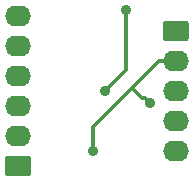
<source format=gbl>
G04 #@! TF.GenerationSoftware,KiCad,Pcbnew,(5.1.5)-3*
G04 #@! TF.CreationDate,2020-04-11T11:45:51+02:00*
G04 #@! TF.ProjectId,CODER-AS5047P,434f4445-522d-4415-9335-303437502e6b,rev?*
G04 #@! TF.SameCoordinates,Original*
G04 #@! TF.FileFunction,Copper,L2,Bot*
G04 #@! TF.FilePolarity,Positive*
%FSLAX46Y46*%
G04 Gerber Fmt 4.6, Leading zero omitted, Abs format (unit mm)*
G04 Created by KiCad (PCBNEW (5.1.5)-3) date 2020-04-11 11:45:51*
%MOMM*%
%LPD*%
G04 APERTURE LIST*
%ADD10C,0.100000*%
%ADD11O,2.200000X1.740000*%
%ADD12C,0.900000*%
%ADD13C,0.300000*%
G04 APERTURE END LIST*
G04 #@! TA.AperFunction,ComponentPad*
D10*
G36*
X185659505Y-108351204D02*
G01*
X185683773Y-108354804D01*
X185707572Y-108360765D01*
X185730671Y-108369030D01*
X185752850Y-108379520D01*
X185773893Y-108392132D01*
X185793599Y-108406747D01*
X185811777Y-108423223D01*
X185828253Y-108441401D01*
X185842868Y-108461107D01*
X185855480Y-108482150D01*
X185865970Y-108504329D01*
X185874235Y-108527428D01*
X185880196Y-108551227D01*
X185883796Y-108575495D01*
X185885000Y-108599999D01*
X185885000Y-109840001D01*
X185883796Y-109864505D01*
X185880196Y-109888773D01*
X185874235Y-109912572D01*
X185865970Y-109935671D01*
X185855480Y-109957850D01*
X185842868Y-109978893D01*
X185828253Y-109998599D01*
X185811777Y-110016777D01*
X185793599Y-110033253D01*
X185773893Y-110047868D01*
X185752850Y-110060480D01*
X185730671Y-110070970D01*
X185707572Y-110079235D01*
X185683773Y-110085196D01*
X185659505Y-110088796D01*
X185635001Y-110090000D01*
X183934999Y-110090000D01*
X183910495Y-110088796D01*
X183886227Y-110085196D01*
X183862428Y-110079235D01*
X183839329Y-110070970D01*
X183817150Y-110060480D01*
X183796107Y-110047868D01*
X183776401Y-110033253D01*
X183758223Y-110016777D01*
X183741747Y-109998599D01*
X183727132Y-109978893D01*
X183714520Y-109957850D01*
X183704030Y-109935671D01*
X183695765Y-109912572D01*
X183689804Y-109888773D01*
X183686204Y-109864505D01*
X183685000Y-109840001D01*
X183685000Y-108599999D01*
X183686204Y-108575495D01*
X183689804Y-108551227D01*
X183695765Y-108527428D01*
X183704030Y-108504329D01*
X183714520Y-108482150D01*
X183727132Y-108461107D01*
X183741747Y-108441401D01*
X183758223Y-108423223D01*
X183776401Y-108406747D01*
X183796107Y-108392132D01*
X183817150Y-108379520D01*
X183839329Y-108369030D01*
X183862428Y-108360765D01*
X183886227Y-108354804D01*
X183910495Y-108351204D01*
X183934999Y-108350000D01*
X185635001Y-108350000D01*
X185659505Y-108351204D01*
G37*
G04 #@! TD.AperFunction*
D11*
X184785000Y-111760000D03*
X184785000Y-114300000D03*
X184785000Y-116840000D03*
X184785000Y-119380000D03*
G04 #@! TA.AperFunction,ComponentPad*
D10*
G36*
X172324505Y-119781204D02*
G01*
X172348773Y-119784804D01*
X172372572Y-119790765D01*
X172395671Y-119799030D01*
X172417850Y-119809520D01*
X172438893Y-119822132D01*
X172458599Y-119836747D01*
X172476777Y-119853223D01*
X172493253Y-119871401D01*
X172507868Y-119891107D01*
X172520480Y-119912150D01*
X172530970Y-119934329D01*
X172539235Y-119957428D01*
X172545196Y-119981227D01*
X172548796Y-120005495D01*
X172550000Y-120029999D01*
X172550000Y-121270001D01*
X172548796Y-121294505D01*
X172545196Y-121318773D01*
X172539235Y-121342572D01*
X172530970Y-121365671D01*
X172520480Y-121387850D01*
X172507868Y-121408893D01*
X172493253Y-121428599D01*
X172476777Y-121446777D01*
X172458599Y-121463253D01*
X172438893Y-121477868D01*
X172417850Y-121490480D01*
X172395671Y-121500970D01*
X172372572Y-121509235D01*
X172348773Y-121515196D01*
X172324505Y-121518796D01*
X172300001Y-121520000D01*
X170599999Y-121520000D01*
X170575495Y-121518796D01*
X170551227Y-121515196D01*
X170527428Y-121509235D01*
X170504329Y-121500970D01*
X170482150Y-121490480D01*
X170461107Y-121477868D01*
X170441401Y-121463253D01*
X170423223Y-121446777D01*
X170406747Y-121428599D01*
X170392132Y-121408893D01*
X170379520Y-121387850D01*
X170369030Y-121365671D01*
X170360765Y-121342572D01*
X170354804Y-121318773D01*
X170351204Y-121294505D01*
X170350000Y-121270001D01*
X170350000Y-120029999D01*
X170351204Y-120005495D01*
X170354804Y-119981227D01*
X170360765Y-119957428D01*
X170369030Y-119934329D01*
X170379520Y-119912150D01*
X170392132Y-119891107D01*
X170406747Y-119871401D01*
X170423223Y-119853223D01*
X170441401Y-119836747D01*
X170461107Y-119822132D01*
X170482150Y-119809520D01*
X170504329Y-119799030D01*
X170527428Y-119790765D01*
X170551227Y-119784804D01*
X170575495Y-119781204D01*
X170599999Y-119780000D01*
X172300001Y-119780000D01*
X172324505Y-119781204D01*
G37*
G04 #@! TD.AperFunction*
D11*
X171450000Y-118110000D03*
X171450000Y-115570000D03*
X171450000Y-113030000D03*
X171450000Y-110490000D03*
X171450000Y-107950000D03*
D12*
X177800000Y-119380000D03*
X182626000Y-115316000D03*
X178816000Y-114300000D03*
X180594000Y-107442000D03*
D13*
X177800000Y-117345000D02*
X177800000Y-119380000D01*
X184785000Y-111760000D02*
X183385000Y-111760000D01*
X181922001Y-114866001D02*
X181102000Y-114046000D01*
X182176001Y-114866001D02*
X181922001Y-114866001D01*
X182626000Y-115316000D02*
X182176001Y-114866001D01*
X183385000Y-111760000D02*
X181102000Y-114046000D01*
X181102000Y-114046000D02*
X177800000Y-117345000D01*
X178816000Y-114300000D02*
X180594000Y-112522000D01*
X180594000Y-112522000D02*
X180594000Y-107442000D01*
M02*

</source>
